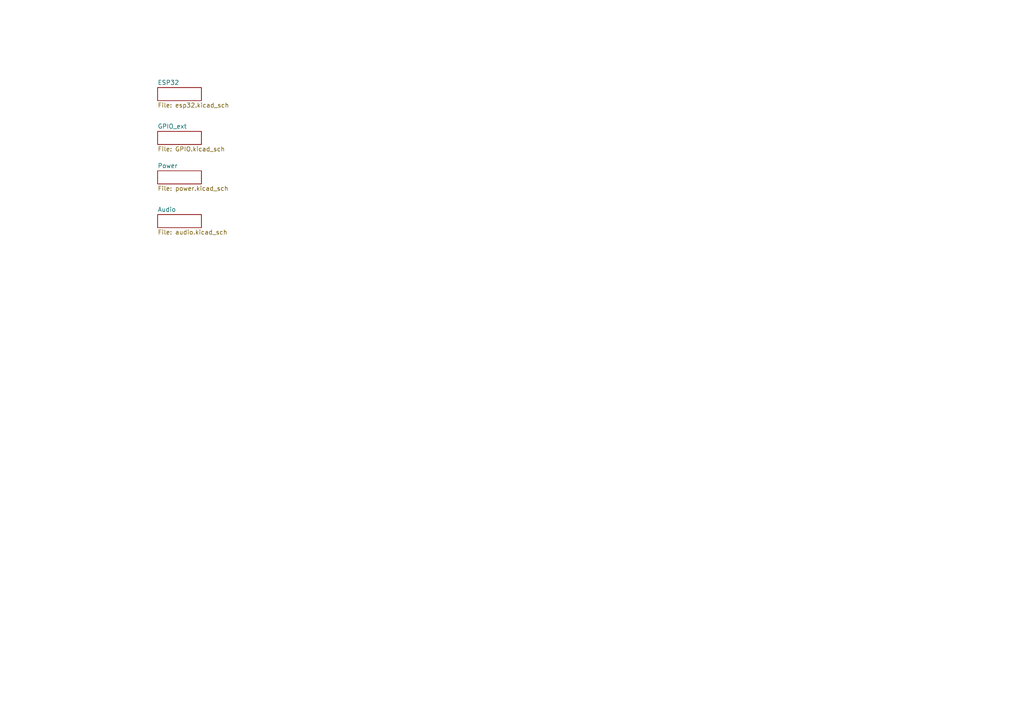
<source format=kicad_sch>
(kicad_sch
	(version 20231120)
	(generator "eeschema")
	(generator_version "8.0")
	(uuid "f9f54452-72bc-42e0-a85c-2b2c5cedd536")
	(paper "A4")
	(lib_symbols)
	(sheet
		(at 45.72 62.23)
		(size 12.7 3.81)
		(fields_autoplaced yes)
		(stroke
			(width 0.1524)
			(type solid)
		)
		(fill
			(color 0 0 0 0.0000)
		)
		(uuid "069004a8-8e7b-484b-a9d3-3826265afee6")
		(property "Sheetname" "Audio"
			(at 45.72 61.5184 0)
			(effects
				(font
					(size 1.27 1.27)
				)
				(justify left bottom)
			)
		)
		(property "Sheetfile" "audio.kicad_sch"
			(at 45.72 66.6246 0)
			(effects
				(font
					(size 1.27 1.27)
				)
				(justify left top)
			)
		)
		(instances
			(project "Muffin-Core"
				(path "/f9f54452-72bc-42e0-a85c-2b2c5cedd536"
					(page "5")
				)
			)
		)
	)
	(sheet
		(at 45.72 49.53)
		(size 12.7 3.81)
		(fields_autoplaced yes)
		(stroke
			(width 0.1524)
			(type solid)
		)
		(fill
			(color 0 0 0 0.0000)
		)
		(uuid "1760ca69-27bc-4016-8a89-26860fc94634")
		(property "Sheetname" "Power"
			(at 45.72 48.8184 0)
			(effects
				(font
					(size 1.27 1.27)
				)
				(justify left bottom)
			)
		)
		(property "Sheetfile" "power.kicad_sch"
			(at 45.72 53.9246 0)
			(effects
				(font
					(size 1.27 1.27)
				)
				(justify left top)
			)
		)
		(instances
			(project "Muffin-Core"
				(path "/f9f54452-72bc-42e0-a85c-2b2c5cedd536"
					(page "4")
				)
			)
		)
	)
	(sheet
		(at 45.72 38.1)
		(size 12.7 3.81)
		(fields_autoplaced yes)
		(stroke
			(width 0.1524)
			(type solid)
		)
		(fill
			(color 0 0 0 0.0000)
		)
		(uuid "b1aced65-cda0-4d30-b2f4-6d0180c9f383")
		(property "Sheetname" "GPIO_ext"
			(at 45.72 37.3884 0)
			(effects
				(font
					(size 1.27 1.27)
				)
				(justify left bottom)
			)
		)
		(property "Sheetfile" "GPIO.kicad_sch"
			(at 45.72 42.4946 0)
			(effects
				(font
					(size 1.27 1.27)
				)
				(justify left top)
			)
		)
		(instances
			(project "Muffin-Core"
				(path "/f9f54452-72bc-42e0-a85c-2b2c5cedd536"
					(page "3")
				)
			)
		)
	)
	(sheet
		(at 45.72 25.4)
		(size 12.7 3.81)
		(fields_autoplaced yes)
		(stroke
			(width 0.1524)
			(type solid)
		)
		(fill
			(color 0 0 0 0.0000)
		)
		(uuid "f9dafd20-b0c0-4750-916e-b214209c922f")
		(property "Sheetname" "ESP32"
			(at 45.72 24.6884 0)
			(effects
				(font
					(size 1.27 1.27)
				)
				(justify left bottom)
			)
		)
		(property "Sheetfile" "esp32.kicad_sch"
			(at 45.72 29.7946 0)
			(effects
				(font
					(size 1.27 1.27)
				)
				(justify left top)
			)
		)
		(instances
			(project "Muffin-Core"
				(path "/f9f54452-72bc-42e0-a85c-2b2c5cedd536"
					(page "2")
				)
			)
		)
	)
	(sheet_instances
		(path "/"
			(page "1")
		)
	)
)

</source>
